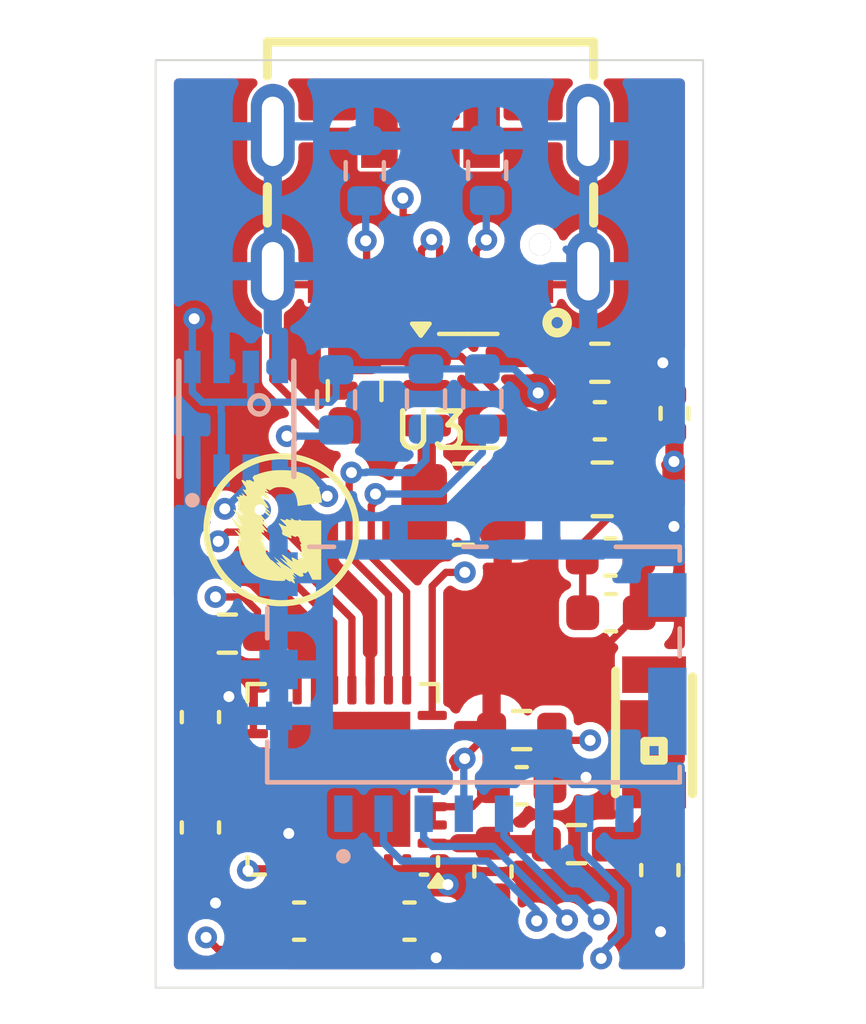
<source format=kicad_pcb>
(kicad_pcb (version 20241229) (generator "pcbnew") (generator_version "9.0")
  (layers (0 "F.Cu" signal) (4 "In1.Cu" signal) (6 "In2.Cu" signal) (2 "B.Cu" signal) (13 "F.Paste" user) (15 "B.Paste" user) (5 "F.SilkS" user "F.Silkscreen") (7 "B.SilkS" user "B.Silkscreen") (1 "F.Mask" user) (3 "B.Mask" user) (25 "Edge.Cuts" user))
  (net 0 "")
  (net 1 "+3V3")
  (net 2 "GND")
  (net 3 "Net-(C3-Pad2)")
  (net 4 "Net-(U2-LNA_IN)")
  (net 5 "Net-(U5-FB)")
  (net 6 "Net-(J1-CLK)")
  (net 7 "Net-(J1-CMD)")
  (net 8 "Net-(J1-DAT0)")
  (net 10 "Net-(J1-DAT3{slash}CD)")
  (net 12 "Net-(U5-SW)")
  (net 13 "VCC_USB_5V")
  (net 14 "Net-(U3-CC1)")
  (net 15 "Net-(U3-CC2)")
  (net 16 "Net-(U2-GPIO19)")
  (net 17 "Net-(U2-GPIO18)")
  (net 20 "I2C-SDA")
  (net 21 "I2C-SCL")
  (footprint "Capacitor_SMD:C_0805_2012Metric" (layer "F.Cu") (at 132.2324 38.354)
    (property "Reference" "C11" (hide yes))
    (property "Value" "10µF")
    (pad "1" smd roundrect (at -0.95 0) (size 1 1.45) (layers "F.Cu" "F.Mask" "F.Paste") (net 1 "+3V3"))
    (pad "2" smd roundrect (at 0.95 0) (size 1 1.45) (layers "F.Cu" "F.Mask" "F.Paste") (net 2 "GND"))
  )
  (footprint "Resistor_SMD:R_0603_1608Metric" (layer "F.Cu") (at 132.1697 34.8877)
    (property "Reference" "R18" (hide yes))
    (property "Value" "100K 1%")
    (pad "1" smd roundrect (at -0.825 0) (size 0.8 0.95) (layers "F.Cu" "F.Mask" "F.Paste") (net 5 "Net-(U5-FB)"))
    (pad "2" smd roundrect (at 0.825 0) (size 0.8 0.95) (layers "F.Cu" "F.Mask" "F.Paste") (net 2 "GND"))
  )
  (footprint "PinQin:GearGarageLogo_5mm" (layer "F.Cu") (at 123.444 39.497)
    (property "Reference" "G***" (hide yes))
    (property "Value" "LOGO" (hide yes))
  )
  (footprint "Capacitor_SMD:C_0603_1608Metric" (layer "F.Cu") (at 132.461 40.2082)
    (property "Reference" "C5" (hide yes))
    (property "Value" "100nF")
    (pad "1" smd roundrect (at -0.775 0) (size 0.9 0.95) (layers "F.Cu" "F.Mask" "F.Paste") (net 2 "GND"))
    (pad "2" smd roundrect (at 0.775 0) (size 0.9 0.95) (layers "F.Cu" "F.Mask" "F.Paste") (net 1 "+3V3"))
  )
  (footprint "Capacitor_SMD:C_0603_1608Metric" (layer "F.Cu") (at 129.240736 48.8204 90)
    (property "Reference" "C4" (hide yes))
    (property "Value" "C")
    (pad "1" smd roundrect (at -0.775 0 90) (size 0.9 0.95) (layers "F.Cu" "F.Mask" "F.Paste") (net 2 "GND"))
    (pad "2" smd roundrect (at 0.775 0 90) (size 0.9 0.95) (layers "F.Cu" "F.Mask" "F.Paste") (net 4 "Net-(U2-LNA_IN)"))
  )
  (footprint "Capacitor_SMD:C_0603_1608Metric" (layer "F.Cu") (at 133.812736 48.782 90)
    (property "Reference" "C3" (hide yes))
    (property "Value" "C")
    (pad "1" smd roundrect (at -0.775 0 90) (size 0.9 0.95) (layers "F.Cu" "F.Mask" "F.Paste") (net 2 "GND"))
    (pad "2" smd roundrect (at 0.775 0 90) (size 0.9 0.95) (layers "F.Cu" "F.Mask" "F.Paste") (net 3 "Net-(C3-Pad2)"))
  )
  (footprint "Inductor_SMD:L_1008_2520Metric" (layer "F.Cu") (at 128.4319 38.7604)
    (property "Reference" "L2" (hide yes))
    (property "Value" "2µ2")
    (pad "1" smd roundrect (at -1.075 0) (size 1.25 2.2) (layers "F.Cu" "F.Mask" "F.Paste") (roundrect_rratio 0.2) (net 12 "Net-(U5-SW)"))
    (pad "2" smd roundrect (at 1.075 0) (size 1.25 2.2) (layers "F.Cu" "F.Mask" "F.Paste") (roundrect_rratio 0.2) (net 1 "+3V3"))
  )
  (footprint "Capacitor_SMD:C_0603_1608Metric" (layer "F.Cu") (at 132.1697 36.4755 180)
    (property "Reference" "C23" (hide yes))
    (property "Value" "6.8pF")
    (pad "1" smd roundrect (at -0.775 0 180) (size 0.9 0.95) (layers "F.Cu" "F.Mask" "F.Paste") (net 1 "+3V3"))
    (pad "2" smd roundrect (at 0.775 0 180) (size 0.9 0.95) (layers "F.Cu" "F.Mask" "F.Paste") (net 5 "Net-(U5-FB)"))
  )
  (footprint "Capacitor_SMD:C_0603_1608Metric" (layer "F.Cu") (at 123.932336 50.179)
    (property "Reference" "C20" (hide yes))
    (property "Value" "10µF")
    (pad "1" smd roundrect (at -0.775 0) (size 0.9 0.95) (layers "F.Cu" "F.Mask" "F.Paste") (net 2 "GND"))
    (pad "2" smd roundrect (at 0.775 0) (size 0.9 0.95) (layers "F.Cu" "F.Mask" "F.Paste") (net 1 "+3V3"))
  )
  (footprint "Package_DFN_QFN:QFN-32-1EP_5x5mm_P0.5mm_EP3.7x3.7mm" (layer "F.Cu") (at 125.127536 46.2954 180)
    (property "Reference" "U2" (hide yes))
    (property "Value" "ESP32-C3")
    (pad "1" smd roundrect (at -2.45 -1.75 180) (size 0.8 0.25) (layers "F.Cu" "F.Mask" "F.Paste") (net 4 "Net-(U2-LNA_IN)"))
    (pad "2" smd roundrect (at -2.45 -1.25 180) (size 0.8 0.25) (layers "F.Cu" "F.Mask" "F.Paste") (net 1 "+3V3"))
    (pad "3" smd roundrect (at -2.45 -0.75 180) (size 0.8 0.25) (layers "F.Cu" "F.Mask" "F.Paste") (net 1 "+3V3"))
    (pad "4" smd roundrect (at -2.45 -0.25 180) (size 0.8 0.25) (layers "F.Cu" "F.Mask" "F.Paste"))
    (pad "5" smd roundrect (at -2.45 0.25 180) (size 0.8 0.25) (layers "F.Cu" "F.Mask" "F.Paste"))
    (pad "6" smd roundrect (at -2.45 0.75 180) (size 0.8 0.25) (layers "F.Cu" "F.Mask" "F.Paste"))
    (pad "7" smd roundrect (at -2.45 1.25 180) (size 0.8 0.25) (layers "F.Cu" "F.Mask" "F.Paste") (net 1 "+3V3"))
    (pad "8" smd roundrect (at -2.45 1.75 180) (size 0.8 0.25) (layers "F.Cu" "F.Mask" "F.Paste") (net 21 "I2C-SCL"))
    (pad "9" smd roundrect (at -1.75 2.45 180) (size 0.25 0.8) (layers "F.Cu" "F.Mask" "F.Paste") (net 10 "Net-(J1-DAT3{slash}CD)"))
    (pad "10" smd roundrect (at -1.25 2.45 180) (size 0.25 0.8) (layers "F.Cu" "F.Mask" "F.Paste") (net 7 "Net-(J1-CMD)"))
    (pad "11" smd roundrect (at -0.75 2.45 180) (size 0.25 0.8) (layers "F.Cu" "F.Mask" "F.Paste") (net 1 "+3V3"))
    (pad "12" smd roundrect (at -0.25 2.45 180) (size 0.25 0.8) (layers "F.Cu" "F.Mask" "F.Paste") (net 6 "Net-(J1-CLK)"))
    (pad "13" smd roundrect (at 0.25 2.45 180) (size 0.25 0.8) (layers "F.Cu" "F.Mask" "F.Paste") (net 8 "Net-(J1-DAT0)"))
    (pad "14" smd roundrect (at 0.75 2.45 180) (size 0.25 0.8) (layers "F.Cu" "F.Mask" "F.Paste"))
    (pad "15" smd roundrect (at 1.25 2.45 180) (size 0.25 0.8) (layers "F.Cu" "F.Mask" "F.Paste"))
    (pad "16" smd roundrect (at 1.75 2.45 180) (size 0.25 0.8) (layers "F.Cu" "F.Mask" "F.Paste") (net 20 "I2C-SDA"))
    (pad "17" smd roundrect (at 2.45 1.75 180) (size 0.8 0.25) (layers "F.Cu" "F.Mask" "F.Paste") (net 1 "+3V3"))
    (pad "18" smd roundrect (at 2.45 1.25 180) (size 0.8 0.25) (layers "F.Cu" "F.Mask" "F.Paste") (net 1 "+3V3"))
    (pad "19" smd roundrect (at 2.45 0.75 180) (size 0.8 0.25) (layers "F.Cu" "F.Mask" "F.Paste"))
    (pad "20" smd roundrect (at 2.45 0.25 180) (size 0.8 0.25) (layers "F.Cu" "F.Mask" "F.Paste"))
    (pad "21" smd roundrect (at 2.45 -0.25 180) (size 0.8 0.25) (layers "F.Cu" "F.Mask" "F.Paste"))
    (pad "22" smd roundrect (at 2.45 -0.75 180) (size 0.8 0.25) (layers "F.Cu" "F.Mask" "F.Paste"))
    (pad "23" smd roundrect (at 2.45 -1.25 180) (size 0.8 0.25) (layers "F.Cu" "F.Mask" "F.Paste"))
    (pad "24" smd roundrect (at 2.45 -1.75 180) (size 0.8 0.25) (layers "F.Cu" "F.Mask" "F.Paste"))
    (pad "25" smd roundrect (at 1.75 -2.45 180) (size 0.25 0.8) (layers "F.Cu" "F.Mask" "F.Paste") (net 17 "Net-(U2-GPIO18)"))
    (pad "26" smd roundrect (at 1.25 -2.45 180) (size 0.25 0.8) (layers "F.Cu" "F.Mask" "F.Paste") (net 16 "Net-(U2-GPIO19)"))
    (pad "27" smd roundrect (at 0.75 -2.45 180) (size 0.25 0.8) (layers "F.Cu" "F.Mask" "F.Paste"))
    (pad "28" smd roundrect (at 0.25 -2.45 180) (size 0.25 0.8) (layers "F.Cu" "F.Mask" "F.Paste"))
    (pad "29" smd roundrect (at -0.25 -2.45 180) (size 0.25 0.8) (layers "F.Cu" "F.Mask" "F.Paste"))
    (pad "30" smd roundrect (at -0.75 -2.45 180) (size 0.25 0.8) (layers "F.Cu" "F.Mask" "F.Paste"))
    (pad "31" smd roundrect (at -1.25 -2.45 180) (size 0.25 0.8) (layers "F.Cu" "F.Mask" "F.Paste") (net 1 "+3V3"))
    (pad "32" smd roundrect (at -1.75 -2.45 180) (size 0.25 0.8) (layers "F.Cu" "F.Mask" "F.Paste") (net 1 "+3V3"))
    (pad "33" smd rect (at 0 0 180) (size 3.7 3.7) (property pad_prop_heatsink) (layers "F.Cu" "F.Mask") (net 2 "GND"))
  )
  (footprint "KiCAD-Lib-easyEDA:USB-C-SMD_DX07S016JA1R1500" (layer "F.Cu") (at 127.5304 30.6496 180)
    (property "Reference" "U3" (at 0 -6.1 0) (layer "F.SilkS"))
    (property "Value" "DX07S016JA1R1500_C3197885")
    (pad "" thru_hole circle (at -3 -1 180) (size 0.6 0.6) (drill 0.6) (layers "*.Cu" "*.Mask"))
    (pad "1" smd rect (at -3.1 -2.1 180) (size 0.52 1) (layers "F.Cu" "F.Mask" "F.Paste") (net 2 "GND"))
    (pad "2" smd rect (at -2.35 -2.1 180) (size 0.52 1) (layers "F.Cu" "F.Mask" "F.Paste") (net 13 "VCC_USB_5V"))
    (pad "3" smd rect (at -1.75 -2.1 180) (size 0.27 1) (layers "F.Cu" "F.Mask" "F.Paste"))
    (pad "4" smd rect (at -1.25 -2.1 180) (size 0.27 1) (layers "F.Cu" "F.Mask" "F.Paste") (net 14 "Net-(U3-CC1)"))
    (pad "5" smd rect (at -0.75 -2.1 180) (size 0.27 1) (layers "F.Cu" "F.Mask" "F.Paste") (net 17 "Net-(U2-GPIO18)"))
    (pad "6" smd rect (at -0.25 -2.1 180) (size 0.27 1) (layers "F.Cu" "F.Mask" "F.Paste") (net 16 "Net-(U2-GPIO19)"))
    (pad "7" smd rect (at 0.25 -2.1 180) (size 0.27 1) (layers "F.Cu" "F.Mask" "F.Paste") (net 16 "Net-(U2-GPIO19)"))
    (pad "8" smd rect (at 0.75 -2.1 180) (size 0.27 1) (layers "F.Cu" "F.Mask" "F.Paste") (net 17 "Net-(U2-GPIO18)"))
    (pad "9" smd rect (at 1.25 -2.1 180) (size 0.27 1) (layers "F.Cu" "F.Mask" "F.Paste"))
    (pad "10" smd rect (at 1.75 -2.1 180) (size 0.27 1) (layers "F.Cu" "F.Mask" "F.Paste") (net 15 "Net-(U3-CC2)"))
    (pad "11" smd rect (at 2.35 -2.1 180) (size 0.52 1) (layers "F.Cu" "F.Mask" "F.Paste") (net 13 "VCC_USB_5V"))
    (pad "12" smd rect (at 3.1 -2.1 180) (size 0.52 1) (layers "F.Cu" "F.Mask" "F.Paste") (net 2 "GND"))
    (pad "13" thru_hole oval (at -4.32 -1.73 180) (size 1.2 2.2) (drill oval 0.599999 1.599997) (layers "*.Cu" "*.Mask") (net 2 "GND"))
    (pad "13" thru_hole oval (at -4.32 2.1 180) (size 1.2 2.6) (drill oval 0.599999 1.899996) (layers "*.Cu" "*.Mask") (net 2 "GND"))
    (pad "14" thru_hole oval (at 4.32 -1.73 180) (size 1.2 2.2) (drill oval 0.599999 1.599997) (layers "*.Cu" "*.Mask") (net 2 "GND"))
    (pad "14" thru_hole oval (at 4.32 2.1 180) (size 1.2 2.6) (drill oval 0.599999 1.899996) (layers "*.Cu" "*.Mask") (net 2 "GND"))
    (pad "15" smd rect (at -1.4 2.1 180) (size 1 2) (layers "F.Cu" "F.Mask" "F.Paste") (net 2 "GND"))
    (pad "16" smd rect (at 1.4 2.1 180) (size 1 2) (layers "F.Cu" "F.Mask" "F.Paste") (net 2 "GND"))
  )
  (footprint "Capacitor_SMD:C_0603_1608Metric" (layer "F.Cu") (at 132.474 41.7322)
    (property "Reference" "C6" (hide yes))
    (property "Value" "100nF")
    (pad "1" smd roundrect (at -0.775 0) (size 0.9 0.95) (layers "F.Cu" "F.Mask" "F.Paste") (net 2 "GND"))
    (pad "2" smd roundrect (at 0.775 0) (size 0.9 0.95) (layers "F.Cu" "F.Mask" "F.Paste") (net 1 "+3V3"))
  )
  (footprint "Resistor_SMD:R_0603_1608Metric" (layer "F.Cu") (at 130.028136 44.9466)
    (property "Reference" "R19" (hide yes))
    (property "Value" "10K")
    (pad "1" smd roundrect (at -0.825 0) (size 0.8 0.95) (layers "F.Cu" "F.Mask" "F.Paste") (net 1 "+3V3"))
    (pad "2" smd roundrect (at 0.825 0) (size 0.8 0.95) (layers "F.Cu" "F.Mask" "F.Paste") (net 21 "I2C-SCL"))
  )
  (footprint "Resistor_SMD:R_0603_1608Metric" (layer "F.Cu") (at 131.526736 48.0708 180)
    (property "Reference" "R2" (hide yes))
    (property "Value" "0R")
    (pad "1" smd roundrect (at -0.825 0 180) (size 0.8 0.95) (layers "F.Cu" "F.Mask" "F.Paste") (net 3 "Net-(C3-Pad2)"))
    (pad "2" smd roundrect (at 0.825 0 180) (size 0.8 0.95) (layers "F.Cu" "F.Mask" "F.Paste") (net 4 "Net-(U2-LNA_IN)"))
  )
  (footprint "KiCAD-Lib-easyEDA:ANT-SMD_L3.2-W1.6" (layer "F.Cu") (at 133.6548 45.0088 90)
    (property "Reference" "U4" (hide yes))
    (property "Value" "ANT3216LL00R2400A")
    (pad "1" smd rect (at -1.58 0 90) (size 1 1.75) (layers "F.Cu" "F.Mask" "F.Paste") (net 3 "Net-(C3-Pad2)"))
    (pad "2" smd rect (at 1.58 0 90) (size 1 1.75) (layers "F.Cu" "F.Mask" "F.Paste"))
  )
  (footprint "Capacitor_SMD:C_0603_1608Metric" (layer "F.Cu") (at 130.028336 46.4706 180)
    (property "Reference" "C7" (hide yes))
    (property "Value" "10µF")
    (pad "1" smd roundrect (at -0.775 0 180) (size 0.9 0.95) (layers "F.Cu" "F.Mask" "F.Paste") (net 2 "GND"))
    (pad "2" smd roundrect (at 0.775 0 180) (size 0.9 0.95) (layers "F.Cu" "F.Mask" "F.Paste") (net 1 "+3V3"))
  )
  (footprint "Capacitor_SMD:C_0603_1608Metric" (layer "F.Cu") (at 126.955536 50.179 180)
    (property "Reference" "C21" (hide yes))
    (property "Value" "100nF")
    (pad "1" smd roundrect (at -0.775 0 180) (size 0.9 0.95) (layers "F.Cu" "F.Mask" "F.Paste") (net 2 "GND"))
    (pad "2" smd roundrect (at 0.775 0 180) (size 0.9 0.95) (layers "F.Cu" "F.Mask" "F.Paste") (net 1 "+3V3"))
  )
  (footprint "Capacitor_SMD:C_0603_1608Metric" (layer "F.Cu") (at 121.227536 47.6136 90)
    (property "Reference" "C2" (hide yes))
    (property "Value" "10µF")
    (pad "1" smd roundrect (at -0.775 0 90) (size 0.9 0.95) (layers "F.Cu" "F.Mask" "F.Paste") (net 2 "GND"))
    (pad "2" smd roundrect (at 0.775 0 90) (size 0.9 0.95) (layers "F.Cu" "F.Mask" "F.Paste") (net 1 "+3V3"))
  )
  (footprint "Package_TO_SOT_SMD:SOT-23-5" (layer "F.Cu") (at 128.5649 35.6567)
    (property "Reference" "U5" (hide yes))
    (property "Value" "TLV62568DBV")
    (pad "1" smd roundrect (at -1.1375 -0.95) (size 1.325 0.6) (layers "F.Cu" "F.Mask" "F.Paste") (net 13 "VCC_USB_5V"))
    (pad "2" smd roundrect (at -1.1375 0) (size 1.325 0.6) (layers "F.Cu" "F.Mask" "F.Paste") (net 2 "GND"))
    (pad "3" smd roundrect (at -1.1375 0.95) (size 1.325 0.6) (layers "F.Cu" "F.Mask" "F.Paste") (net 12 "Net-(U5-SW)"))
    (pad "4" smd roundrect (at 1.1375 0.95) (size 1.325 0.6) (layers "F.Cu" "F.Mask" "F.Paste") (net 13 "VCC_USB_5V"))
    (pad "5" smd roundrect (at 1.1375 -0.95) (size 1.325 0.6) (layers "F.Cu" "F.Mask" "F.Paste") (net 5 "Net-(U5-FB)"))
  )
  (footprint "Capacitor_SMD:C_0603_1608Metric" (layer "F.Cu") (at 121.227536 44.591 -90)
    (property "Reference" "C1" (hide yes))
    (property "Value" "100nF")
    (pad "1" smd roundrect (at -0.775 0 270) (size 0.9 0.95) (layers "F.Cu" "F.Mask" "F.Paste") (net 2 "GND"))
    (pad "2" smd roundrect (at 0.775 0 270) (size 0.9 0.95) (layers "F.Cu" "F.Mask" "F.Paste") (net 1 "+3V3"))
  )
  (footprint "Resistor_SMD:R_0603_1608Metric" (layer "F.Cu") (at 121.964136 42.305)
    (property "Reference" "R9" (hide yes))
    (property "Value" "10K")
    (pad "1" smd roundrect (at -0.825 0) (size 0.8 0.95) (layers "F.Cu" "F.Mask" "F.Paste") (net 1 "+3V3"))
    (pad "2" smd roundrect (at 0.825 0) (size 0.8 0.95) (layers "F.Cu" "F.Mask" "F.Paste") (net 20 "I2C-SDA"))
  )
  (footprint "Resistor_SMD:R_0402_1005Metric" (layer "F.Cu") (at 134.2136 36.2732 90)
    (property "Reference" "R10" (hide yes))
    (property "Value" "450K")
    (pad "1" smd roundrect (at -0.51 0 90) (size 0.54 0.64) (layers "F.Cu" "F.Mask" "F.Paste") (net 1 "+3V3"))
    (pad "2" smd roundrect (at 0.51 0 90) (size 0.54 0.64) (layers "F.Cu" "F.Mask" "F.Paste") (net 5 "Net-(U5-FB)"))
  )
  (footprint "Capacitor_SMD:C_0805_2012Metric" (layer "F.Cu") (at 125.4519 35.6497 -90)
    (property "Reference" "C10" (hide yes))
    (property "Value" "4.7µF")
    (pad "1" smd roundrect (at -0.95 0 270) (size 1 1.45) (layers "F.Cu" "F.Mask" "F.Paste") (net 13 "VCC_USB_5V"))
    (pad "2" smd roundrect (at 0.95 0 270) (size 1 1.45) (layers "F.Cu" "F.Mask" "F.Paste") (net 2 "GND"))
  )
  (footprint "Resistor_SMD:R_0603_1608Metric" (layer "B.Cu") (at 125.73 29.6286 90)
    (property "Reference" "R49" (hide yes))
    (property "Value" "5K1")
    (pad "1" smd roundrect (at -0.825 0 90) (size 0.8 0.95) (layers "B.Cu" "B.Mask" "B.Paste") (net 15 "Net-(U3-CC2)"))
    (pad "2" smd roundrect (at 0.825 0 90) (size 0.8 0.95) (layers "B.Cu" "B.Mask" "B.Paste") (net 2 "GND"))
  )
  (footprint "Resistor_SMD:R_0603_1608Metric" (layer "B.Cu") (at 128.9498 35.879 -90)
    (property "Reference" "R1" (hide yes))
    (property "Value" "10K")
    (pad "1" smd roundrect (at -0.825 0 270) (size 0.8 0.95) (layers "B.Cu" "B.Mask" "B.Paste") (net 1 "+3V3"))
    (pad "2" smd roundrect (at 0.825 0 270) (size 0.8 0.95) (layers "B.Cu" "B.Mask" "B.Paste") (net 10 "Net-(J1-DAT3{slash}CD)"))
  )
  (footprint "Resistor_SMD:R_0603_1608Metric" (layer "B.Cu") (at 129.0828 29.6164 90)
    (property "Reference" "R48" (hide yes))
    (property "Value" "5K1")
    (pad "1" smd roundrect (at -0.825 0 90) (size 0.8 0.95) (layers "B.Cu" "B.Mask" "B.Paste") (net 14 "Net-(U3-CC1)"))
    (pad "2" smd roundrect (at 0.825 0 90) (size 0.8 0.95) (layers "B.Cu" "B.Mask" "B.Paste") (net 2 "GND"))
  )
  (footprint "Resistor_SMD:R_0603_1608Metric" (layer "B.Cu") (at 127.4064 35.879 -90)
    (property "Reference" "R3" (hide yes))
    (property "Value" "10K")
    (pad "1" smd roundrect (at -0.825 0 270) (size 0.8 0.95) (layers "B.Cu" "B.Mask" "B.Paste") (net 1 "+3V3"))
    (pad "2" smd roundrect (at 0.825 0 270) (size 0.8 0.95) (layers "B.Cu" "B.Mask" "B.Paste") (net 7 "Net-(J1-CMD)"))
  )
  (footprint "PinQin:1051620001" (layer "B.Cu") (at 128.7078 43.1526 180)
    (property "Reference" "J1" (hide yes))
    (property "Value" "~")
    (pad "1" smd rect (at 3.565 -4.085 180) (size 0.5 1) (layers "B.Cu" "B.Mask" "B.Paste"))
    (pad "2" smd rect (at 2.465 -4.085 180) (size 0.5 1) (layers "B.Cu" "B.Mask" "B.Paste") (net 10 "Net-(J1-DAT3{slash}CD)"))
    (pad "3" smd rect (at 1.365 -4.085 180) (size 0.5 1) (layers "B.Cu" "B.Mask" "B.Paste") (net 7 "Net-(J1-CMD)"))
    (pad "4" smd rect (at 0.265 -4.085 180) (size 0.5 1) (layers "B.Cu" "B.Mask" "B.Paste") (net 1 "+3V3"))
    (pad "5" smd rect (at -0.835 -4.085 180) (size 0.5 1) (layers "B.Cu" "B.Mask" "B.Paste") (net 6 "Net-(J1-CLK)"))
    (pad "6" smd rect (at -1.935 -4.085 180) (size 0.5 1) (layers "B.Cu" "B.Mask" "B.Paste") (net 2 "GND"))
    (pad "7" smd rect (at -3.035 -4.085 180) (size 0.5 1) (layers "B.Cu" "B.Mask" "B.Paste") (net 8 "Net-(J1-DAT0)"))
    (pad "8" smd rect (at -4.135 -4.085 180) (size 0.5 1) (layers "B.Cu" "B.Mask" "B.Paste"))
    (pad "9" smd rect (at 5.325 -1.405 180) (size 0.72 0.78) (layers "B.Cu" "B.Mask" "B.Paste") (net 2 "GND"))
    (pad "10" smd rect (at 5.34 -0.135 180) (size 1.05 1.08) (layers "B.Cu" "B.Mask" "B.Paste") (net 2 "GND"))
    (pad "11" smd rect (at 5.34 2.475 180) (size 1.05 1.2) (layers "B.Cu" "B.Mask" "B.Paste") (net 2 "GND"))
    (pad "12" smd rect (at 2.05 3.15 180) (size 2.91 0.55) (layers "B.Cu" "B.Mask" "B.Paste") (net 2 "GND"))
    (pad "13" smd rect (at -2.13 3.15 180) (size 2.91 0.55) (layers "B.Cu" "B.Mask" "B.Paste") (net 2 "GND"))
    (pad "14" smd rect (at -5.31 1.905 180) (size 1.05 1.2) (layers "B.Cu" "B.Mask" "B.Paste"))
    (pad "15" smd rect (at -5.31 -1.28 180) (size 1.05 2.39) (layers "B.Cu" "B.Mask" "B.Paste"))
    (zone (net 0) (net_name "") (layer "B.Cu") (connect_pads (clearance 0)) (min_thickness 0.01)
      (keepout (tracks not_allowed) (vias not_allowed) (pads not_allowed) (copperpour not_allowed) (footprints allowed))
      (fill (thermal_gap 0.508) (thermal_bridge_width 0.508))
      (polygon (pts (xy 133.3578 40.9276) (xy 124.8578 40.9276) (xy 124.8578 44.9276) (xy 133.3578 44.9276)))
    )
  )
  (footprint "KiCAD-Lib-easyEDA:LGA-8_L3.0-W3.0-P0.80_BME688" (layer "B.Cu") (at 122.2056 36.4212 -90)
    (property "Reference" "U1" (hide yes))
    (property "Value" "BME688_C3664478")
    (pad "1" smd rect (at 1.42 1.2) (size 0.45 0.89) (layers "B.Cu" "B.Mask" "B.Paste") (net 2 "GND"))
    (pad "2" smd rect (at 1.42 0.4) (size 0.45 0.89) (layers "B.Cu" "B.Mask" "B.Paste") (net 1 "+3V3"))
    (pad "3" smd rect (at 1.42 -0.4) (size 0.45 0.89) (layers "B.Cu" "B.Mask" "B.Paste") (net 20 "I2C-SDA"))
    (pad "4" smd rect (at 1.42 -1.2) (size 0.45 0.89) (layers "B.Cu" "B.Mask" "B.Paste") (net 21 "I2C-SCL"))
    (pad "5" smd rect (at -1.42 -1.2) (size 0.45 0.89) (layers "B.Cu" "B.Mask" "B.Paste") (net 2 "GND"))
    (pad "6" smd rect (at -1.42 -0.4) (size 0.45 0.89) (layers "B.Cu" "B.Mask" "B.Paste") (net 1 "+3V3"))
    (pad "7" smd rect (at -1.42 0.4) (size 0.45 0.89) (layers "B.Cu" "B.Mask" "B.Paste") (net 2 "GND"))
    (pad "8" smd rect (at -1.42 1.2) (size 0.45 0.89) (layers "B.Cu" "B.Mask" "B.Paste") (net 1 "+3V3"))
  )
  (footprint "Resistor_SMD:R_0603_1608Metric" (layer "B.Cu") (at 124.9426 35.9034 -90)
    (property "Reference" "R4" (hide yes))
    (property "Value" "10K")
    (pad "1" smd roundrect (at -0.825 0 270) (size 0.8 0.95) (layers "B.Cu" "B.Mask" "B.Paste") (net 1 "+3V3"))
    (pad "2" smd roundrect (at 0.825 0 270) (size 0.8 0.95) (layers "B.Cu" "B.Mask" "B.Paste") (net 6 "Net-(J1-CLK)"))
  )
  (gr_line (start 135 26.6) (end 120 26.6) (stroke (width 0.05)) (layer "Edge.Cuts"))
  (gr_line (start 120 52) (end 135 52) (stroke (width 0.05)) (layer "Edge.Cuts"))
  (gr_line (start 135 52) (end 135 26.6) (stroke (width 0.05)) (layer "Edge.Cuts"))
  (gr_line (start 120 26.6) (end 120 52) (stroke (width 0.05)) (layer "Edge.Cuts"))
  (segment (start 129.5069 40.76521) (end 129.5069 38.7604) (width 0.2) (layer "F.Cu") (net 1))
  (segment (start 127.577536 47.5454) (end 127.577536 47.0454) (width 0.2) (layer "F.Cu") (net 1))
  (segment (start 128.678536 47.0454) (end 129.253336 46.4706) (width 0.2) (layer "F.Cu") (net 1))
  (segment (start 131.2824 38.354) (end 129.9133 38.354) (width 0.5) (layer "F.Cu") (net 1))
  (segment (start 129.9133 38.354) (end 129.5069 38.7604) (width 0.2) (layer "F.Cu") (net 1))
  (segment (start 126.377536 48.7454) (end 126.377536 49.982) (width 0.2) (layer "F.Cu") (net 1))
  (segment (start 132.9447 37.0575) (end 132.7507 37.2515) (width 0.2) (layer "F.Cu") (net 1))
  (segment (start 132.9447 36.4755) (end 132.9447 37.0575) (width 0.2) (layer "F.Cu") (net 1))
  (segment (start 134.2136 36.7832) (end 133.2524 36.7832) (width 0.2) (layer "F.Cu") (net 1))
  (segment (start 122.677536 45.0454) (end 121.548136 45.0454) (width 0.2) (layer "F.Cu") (net 1))
  (segment (start 128.464778 45.684958) (end 129.203136 44.9466) (width 0.2) (layer "F.Cu") (net 1))
  (segment (start 133.2524 36.7832) (end 132.9447 36.4755) (width 0.2) (layer "F.Cu") (net 1))
  (segment (start 127.714 48.7454) (end 126.877536 48.7454) (width 0.2) (layer "F.Cu") (net 1))
  (segment (start 131.24989 42.5082) (end 129.5069 40.76521) (width 0.2) (layer "F.Cu") (net 1))
  (segment (start 131.8363 37.2515) (end 131.5823 37.2515) (width 0.2) (layer "F.Cu") (net 1))
  (segment (start 121.4006 42.305) (end 122.677536 43.581936) (width 0.2) (layer "F.Cu") (net 1))
  (segment (start 126.377536 49.982) (end 126.180536 50.179) (width 0.2) (layer "F.Cu") (net 1))
  (segment (start 132.7507 37.2515) (end 131.84381 37.2515) (width 0.2) (layer "F.Cu") (net 1))
  (segment (start 122.677536 43.581936) (end 122.677536 44.5454) (width 0.2) (layer "F.Cu") (net 1))
  (segment (start 132.473 42.5082) (end 131.24989 42.5082) (width 0.2) (layer "F.Cu") (net 1))
  (segment (start 121.548136 45.0454) (end 121.227536 45.366) (width 0.2) (layer "F.Cu") (net 1))
  (segment (start 133.249 41.7322) (end 132.473 42.5082) (width 0.2) (layer "F.Cu") (net 1))
  (segment (start 121.139136 42.305) (end 121.4006 42.305) (width 0.2) (layer "F.Cu") (net 1))
  (segment (start 131.2824 37.5514) (end 131.2824 38.354) (width 0.2) (layer "F.Cu") (net 1))
  (segment (start 128.464778 45.727439) (end 128.464778 45.684958) (width 0.2) (layer "F.Cu") (net 1))
  (segment (start 122.677536 44.5454) (end 122.677536 45.0454) (width 0.2) (layer "F.Cu") (net 1))
  (segment (start 126.377536 48.7454) (end 126.877536 48.7454) (width 0.2) (layer "F.Cu") (net 1))
  (segment (start 127.577536 47.0454) (end 128.678536 47.0454) (width 0.2) (layer "F.Cu") (net 1))
  (segment (start 131.5823 37.2515) (end 131.2824 37.5514) (width 0.2) (layer "F.Cu") (net 1))
  (segment (start 128.006088 49.037488) (end 127.714 48.7454) (width 0.2) (layer "F.Cu") (net 1))
  (segment (start 128.006088 49.178) (end 128.006088 49.037488) (width 0.2) (layer "F.Cu") (net 1))
  (via (at 130.4798 35.7124) (size 0.6) (drill 0.3) (layers "F.Cu" "B.Cu") (net 1))
  (via (at 128.464778 45.727439) (size 0.6) (drill 0.3) (layers "F.Cu" "B.Cu") (net 1))
  (via (at 134.2 37.592) (size 0.6) (drill 0.3) (layers "F.Cu" "B.Cu") (net 1))
  (via (at 121.0564 33.6804) (size 0.6) (drill 0.3) (layers "F.Cu" "B.Cu") (net 1))
  (via (at 128.006088 49.178) (size 0.6) (drill 0.3) (layers "F.Cu" "B.Cu") (net 1))
  (segment (start 122.6056 35.0012) (end 122.6056 35.6614) (width 0.2) (layer "B.Cu") (net 1))
  (segment (start 121.8056 36.2732) (end 121.793 36.2606) (width 0.2) (layer "B.Cu") (net 1))
  (segment (start 128.4428 45.749417) (end 128.464778 45.727439) (width 0.2) (layer "B.Cu") (net 1))
  (segment (start 121.0056 33.7312) (end 121.0564 33.6804) (width 0.2) (layer "B.Cu") (net 1))
  (segment (start 124.9426 35.0784) (end 124.9426 35.814) (width 0.2) (layer "B.Cu") (net 1))
  (segment (start 127.382 35.0784) (end 127.4064 35.054) (width 0.2) (layer "B.Cu") (net 1))
  (segment (start 128.4428 47.2376) (end 128.4428 45.749417) (width 0.2) (layer "B.Cu") (net 1))
  (segment (start 129.8214 35.054) (end 130.4798 35.7124) (width 0.2) (layer "B.Cu") (net 1))
  (segment (start 121.8056 37.8412) (end 121.8056 36.2732) (width 0.2) (layer "B.Cu") (net 1))
  (segment (start 124.9426 35.814) (end 124.7902 35.9664) (width 0.2) (layer "B.Cu") (net 1))
  (segment (start 121.793 36.2606) (end 121.793 35.9664) (width 0.2) (layer "B.Cu") (net 1))
  (segment (start 128.9498 35.054) (end 129.8214 35.054) (width 0.2) (layer "B.Cu") (net 1))
  (segment (start 122.6058 35.6616) (end 122.6058 35.9664) (width 0.2) (layer "B.Cu") (net 1))
  (segment (start 121.285 35.9664) (end 121.0056 35.687) (width 0.2) (layer "B.Cu") (net 1))
  (segment (start 127.4064 35.054) (end 128.9498 35.054) (width 0.2) (layer "B.Cu") (net 1))
  (segment (start 124.9426 35.0784) (end 127.382 35.0784) (width 0.2) (layer "B.Cu") (net 1))
  (segment (start 121.0056 35.687) (end 121.0056 35.0012) (width 0.2) (layer "B.Cu") (net 1))
  (segment (start 121.0056 35.0012) (end 121.0056 33.7312) (width 0.2) (layer "B.Cu") (net 1))
  (segment (start 124.7902 35.9664) (end 121.285 35.9664) (width 0.2) (layer "B.Cu") (net 1))
  (segment (start 122.6056 35.6614) (end 122.6058 35.6616) (width 0.2) (layer "B.Cu") (net 1))
  (segment (start 124.4583 36.5997) (end 123.2104 35.3518) (width 0.2) (layer "F.Cu") (net 2))
  (segment (start 127.730536 50.179) (end 127.730536 51.136264) (width 0.2) (layer "F.Cu") (net 2))
  (segment (start 128.657136 50.179) (end 129.240736 49.5954) (width 0.2) (layer "F.Cu") (net 2))
  (segment (start 131.699 40.2212) (end 131.686 40.2082) (width 0.2) (layer "F.Cu") (net 2))
  (segment (start 127.730536 50.179) (end 128.657136 50.179) (width 0.2) (layer "F.Cu") (net 2))
  (segment (start 130.6304 32.7496) (end 131.4804 32.7496) (width 0.2) (layer "F.Cu") (net 2))
  (segment (start 122.007078 44.029043) (end 121.878043 44.029043) (width 0.2) (layer "F.Cu") (net 2))
  (segment (start 131.020536 46.2534) (end 130.803336 46.4706) (width 0.2) (layer "F.Cu") (net 2))
  (segment (start 127.730536 51.136264) (end 127.6858 51.181) (width 0.2) (layer "F.Cu") (net 2))
  (segment (start 125.4519 36.5997) (end 125.4519 36.0921) (width 0.2) (layer "F.Cu") (net 2))
  (segment (start 131.79057 46.237598) (end 131.79057 46.258986) (width 0.2) (layer "F.Cu") (net 2))
  (segment (start 133.8953 34.8877) (end 132.9947 34.8877) (width 0.2) (layer "F.Cu") (net 2))
  (segment (start 123.2104 35.3518) (end 123.2104 32.3796) (width 0.2) (layer "F.Cu") (net 2))
  (segment (start 131.4804 32.7496) (end 131.8504 32.3796) (width 0.2) (layer "F.Cu") (net 2))
  (segment (start 126.1304 28.5496) (end 128.9304 28.5496) (width 0.2) (layer "F.Cu") (net 2))
  (segment (start 123.0516 50.179) (end 123.157336 50.179) (width 0.2) (layer "F.Cu") (net 2))
  (segment (start 133.8326 49.576864) (end 133.812736 49.557) (width 0.2) (layer "F.Cu") (net 2))
  (segment (start 121.227536 48.3886) (end 121.227536 49.269336) (width 0.2) (layer "F.Cu") (net 2))
  (segment (start 125.4519 36.5997) (end 124.4583 36.5997) (width 0.2) (layer "F.Cu") (net 2))
  (segment (start 133.184 38.354) (end 134.2 39.37) (width 0.2) (layer "F.Cu") (net 2))
  (segment (start 121.2342 48.395264) (end 121.227536 48.3886) (width 0.2) (layer "F.Cu") (net 2))
  (segment (start 122.1372 50.179) (end 121.6406 49.6824) (width 0.2) (layer "F.Cu") (net 2))
  (segment (start 133.8326 50.4698) (end 133.8326 49.576864) (width 0.2) (layer "F.Cu") (net 2))
  (segment (start 125.4519 36.0921) (end 125.8873 35.6567) (width 0.2) (layer "F.Cu") (net 2))
  (segment (start 128.9304 28.5496) (end 131.8504 28.5496) (width 0.2) (layer "F.Cu") (net 2))
  (segment (start 133.1824 38.354) (end 133.184 38.354) (width 0.2) (layer "F.Cu") (net 2))
  (segment (start 125.8873 35.6567) (end 127.4274 35.6567) (width 0.2) (layer "F.Cu") (net 2))
  (segment (start 133.1824 38.354) (end 131.686 39.8504) (width 0.2) (layer "F.Cu") (net 2))
  (segment (start 121.878043 44.029043) (end 121.665 43.816) (width 0.2) (layer "F.Cu") (net 2))
  (segment (start 131.784984 46.2534) (end 131.020536 46.2534) (width 0.2) (layer "F.Cu") (net 2))
  (segment (start 123.0376 50.165) (end 123.0516 50.179) (width 0.2) (layer "F.Cu") (net 2))
  (segment (start 121.227536 49.269336) (end 121.6406 49.6824) (width 0.2) (layer "F.Cu") (net 2))
  (segment (start 123.157336 50.179) (end 122.1372 50.179) (width 0.2) (layer "F.Cu") (net 2))
  (segment (start 124.4304 32.7496) (end 123.5804 32.7496) (width 0.2) (layer "F.Cu") (net 2))
  (segment (start 121.665 43.816) (end 121.227536 43.816) (width 0.2) (layer "F.Cu") (net 2))
  (segment (start 131.686 39.8504) (end 131.686 40.2082) (width 0.2) (layer "F.Cu") (net 2))
  (segment (start 123.5804 32.7496) (end 123.2104 32.3796) (width 0.2) (layer "F.Cu") (net 2))
  (segment (start 131.79057 46.258986) (end 131.784984 46.2534) (width 0.2) (layer "F.Cu") (net 2))
  (segment (start 131.699 41.7322) (end 131.699 40.2212) (width 0.2) (layer "F.Cu") (net 2))
  (segment (start 126.1304 28.5496) (end 123.2104 28.5496) (width 0.2) (layer "F.Cu") (net 2))
  (via (at 127.6858 51.181) (size 0.6) (drill 0.3) (layers "F.Cu" "B.Cu") (net 2))
  (via (at 123.6472 47.7774) (size 0.6) (drill 0.3) (layers "F.Cu" "B.Cu") (net 2))
  (via (at 133.8953 34.8877) (size 0.6) (drill 0.3) (layers "F.Cu" "B.Cu") (net 2))
  (via (at 133.8326 50.4698) (size 0.6) (drill 0.3) (layers "F.Cu" "B.Cu") (net 2))
  (via (at 122.007078 44.029043) (size 0.6) (drill 0.3) (layers "F.Cu" "B.Cu") (net 2))
  (via (at 121.6406 49.6824) (size 0.6) (drill 0.3) (layers "F.Cu" "B.Cu") (net 2))
  (via (at 131.79057 46.237598) (size 0.6) (drill 0.3) (layers "F.Cu" "B.Cu") (net 2))
  (via (at 134.2 39.37) (size 0.6) (drill 0.3) (layers "F.Cu" "B.Cu") (net 2))
  (segment (start 123.715 31.814) (end 123.179 32.35) (width 0.2) (layer "B.Cu") (net 2))
  (segment (start 123.4056 32.5766) (end 123.179 32.35) (width 0.2) (layer "B.Cu") (net 2))
  (segment (start 131.2454 31.7764) (end 131.819 32.35) (width 0.2) (layer "B.Cu") (net 2))
  (segment (start 133.812736 46.746736) (end 133.6548 46.5888) (width 0.2) (layer "F.Cu") (net 3))
  (segment (start 133.748936 48.0708) (end 133.812736 48.007) (width 0.2) (layer "F.Cu") (net 3))
  (segment (start 132.351736 48.0708) (end 132.373736 48.0488) (width 0.2) (layer "F.Cu") (net 3))
  (segment (start 132.373736 48.0488) (end 132.588007 48.0488) (width 0.5) (layer "F.Cu") (net 3))
  (segment (start 133.812736 46.574136) (end 133.8072 46.5686) (width 0.2) (layer "F.Cu") (net 3))
  (segment (start 133.812736 48.007) (end 133.812736 46.746736) (width 0.3) (layer "F.Cu") (net 3))
  (arc (start 132.207 48.0822) (mid 133.320545 47.620947) (end 133.781793 46.5074) (width 0.5) (layer "F.Cu") (net 3))
  (segment (start 129.240736 48.0454) (end 128.2954 48.0454) (width 0.5) (layer "F.Cu") (net 4))
  (segment (start 127.577536 48.0454) (end 128.2954 48.0454) (width 0.2) (layer "F.Cu") (net 4))
  (segment (start 129.266136 48.0708) (end 129.240736 48.0454) (width 0.2) (layer "F.Cu") (net 4))
  (segment (start 130.701736 48.0708) (end 129.266136 48.0708) (width 0.5) (layer "F.Cu") (net 4))
  (segment (start 131.1637 34.7067) (end 131.3447 34.8877) (width 0.2) (layer "F.Cu") (net 5))
  (segment (start 132.0452 36.4755) (end 131.3947 36.4755) (width 0.2) (layer "F.Cu") (net 5))
  (segment (start 132.49559 35.6995) (end 132.1937 36.00139) (width 0.2) (layer "F.Cu") (net 5))
  (segment (start 131.3947 34.9377) (end 131.3447 34.8877) (width 0.2) (layer "F.Cu") (net 5))
  (segment (start 134.2136 35.7632) (end 134.1499 35.6995) (width 0.2) (layer "F.Cu") (net 5))
  (segment (start 132.1937 36.327) (end 132.0452 36.4755) (width 0.2) (layer "F.Cu") (net 5))
  (segment (start 132.1937 36.00139) (end 132.1937 36.327) (width 0.2) (layer "F.Cu") (net 5))
  (segment (start 131.3947 36.4755) (end 131.3947 34.9377) (width 0.2) (layer "F.Cu") (net 5))
  (segment (start 134.1499 35.6995) (end 132.49559 35.6995) (width 0.2) (layer "F.Cu") (net 5))
  (segment (start 129.7024 34.7067) (end 131.1637 34.7067) (width 0.2) (layer "F.Cu") (net 5))
  (segment (start 122.8598 39.37) (end 122.8598 38.9128) (width 0.2) (layer "F.Cu") (net 6))
  (segment (start 125.377536 41.887736) (end 122.8598 39.37) (width 0.2) (layer "F.Cu") (net 6))
  (segment (start 125.377536 43.8454) (end 125.377536 41.887736) (width 0.2) (layer "F.Cu") (net 6))
  (via (at 123.595693 36.896198) (size 0.6) (drill 0.3) (layers "F.Cu" "B.Cu") (net 6))
  (via (at 132.1404 50.134435) (size 0.6) (drill 0.3) (layers "F.Cu" "B.Cu") (net 6))
  (via (at 122.8598 38.9128) (size 0.6) (drill 0.3) (layers "F.Cu" "B.Cu") (net 6))
  (segment (start 124.9426 36.7284) (end 124.774802 36.896198) (width 0.2) (layer "B.Cu") (net 6))
  (segment (start 129.5428 47.2376) (end 129.5428 47.858865) (width 0.2) (layer "B.Cu") (net 6))
  (segment (start 124.774802 36.896198) (end 123.595693 36.896198) (width 0.2) (layer "B.Cu") (net 6))
  (segment (start 131.238377 49.554442) (end 131.519807 49.554442) (width 0.2) (layer "B.Cu") (net 6))
  (segment (start 131.519807 49.554442) (end 132.0998 50.134435) (width 0.2) (layer "B.Cu") (net 6))
  (segment (start 132.0998 50.134435) (end 132.1404 50.134435) (width 0.2) (layer "B.Cu") (net 6))
  (segment (start 129.5428 47.858865) (end 131.238377 49.554442) (width 0.2) (layer "B.Cu") (net 6))
  (segment (start 125.36445 37.893824) (end 125.2982 37.960074) (width 0.2) (layer "F.Cu") (net 7))
  (segment (start 125.3023 38.092357) (end 125.3023 38.590243) (width 0.2) (layer "F.Cu") (net 7))
  (segment (start 125.2982 40.1574) (end 126.377536 41.236736) (width 0.2) (layer "F.Cu") (net 7))
  (segment (start 125.2982 37.960074) (end 125.2982 38.088257) (width 0.2) (layer "F.Cu") (net 7))
  (segment (start 125.3023 38.590243) (end 125.2982 38.594343) (width 0.2) (layer "F.Cu") (net 7))
  (segment (start 126.377536 41.236736) (end 126.377536 43.8454) (width 0.2) (layer "F.Cu") (net 7))
  (segment (start 125.2982 38.594343) (end 125.2982 40.1574) (width 0.2) (layer "F.Cu") (net 7))
  (segment (start 125.2982 38.088257) (end 125.3023 38.092357) (width 0.2) (layer "F.Cu") (net 7))
  (via (at 125.36445 37.893824) (size 0.6) (drill 0.3) (layers "F.Cu" "B.Cu") (net 7))
  (via (at 131.270864 50.155442) (size 0.6) (drill 0.3) (layers "F.Cu" "B.Cu") (net 7))
  (segment (start 127.3428 47.2376) (end 127.3428 47.8916) (width 0.2) (layer "B.Cu") (net 7))
  (segment (start 126.272043 37.88) (end 126.288843 37.8968) (width 0.2) (layer "B.Cu") (net 7))
  (segment (start 127.5842 48.133) (end 129.249835 48.133) (width 0.2) (layer "B.Cu") (net 7))
  (segment (start 125.757357 37.8968) (end 125.774157 37.88) (width 0.2) (layer "B.Cu") (net 7))
  (segment (start 125.774157 37.88) (end 126.272043 37.88) (width 0.2) (layer "B.Cu") (net 7))
  (segment (start 126.288843 37.8968) (end 127.0508 37.8968) (width 0.2) (layer "B.Cu") (net 7))
  (segment (start 127.0508 37.8968) (end 127.4064 37.5412) (width 0.2) (layer "B.Cu") (net 7))
  (segment (start 125.367426 37.8968) (end 125.757357 37.8968) (width 0.2) (layer "B.Cu") (net 7))
  (segment (start 131.270864 50.154029) (end 131.270864 50.155442) (width 0.2) (layer "B.Cu") (net 7))
  (segment (start 127.3428 47.8916) (end 127.5842 48.133) (width 0.2) (layer "B.Cu") (net 7))
  (segment (start 125.36445 37.893824) (end 125.367426 37.8968) (width 0.2) (layer "B.Cu") (net 7))
  (segment (start 127.4064 37.5412) (end 127.4064 36.704) (width 0.2) (layer "B.Cu") (net 7))
  (segment (start 129.249835 48.133) (end 131.270864 50.154029) (width 0.2) (layer "B.Cu") (net 7))
  (segment (start 121.968092 39.525108) (end 122.405308 39.525108) (width 0.2) (layer "F.Cu") (net 8))
  (segment (start 124.877536 41.997336) (end 124.877536 43.8454) (width 0.2) (layer "F.Cu") (net 8))
  (segment (start 121.7168 39.7764) (end 121.968092 39.525108) (width 0.2) (layer "F.Cu") (net 8))
  (segment (start 122.405308 39.525108) (end 124.877536 41.997336) (width 0.2) (layer "F.Cu") (net 8))
  (via (at 132.206203 51.2) (size 0.6) (drill 0.3) (layers "F.Cu" "B.Cu") (net 8))
  (via (at 121.7168 39.7764) (size 0.6) (drill 0.3) (layers "F.Cu" "B.Cu") (net 8))
  (segment (start 132.7414 49.3278) (end 131.7428 48.3292) (width 0.2) (layer "B.Cu") (net 8))
  (segment (start 131.7428 48.3292) (end 131.7428 47.2376) (width 0.2) (layer "B.Cu") (net 8))
  (segment (start 132.7414 50.383378) (end 132.7414 49.3278) (width 0.2) (layer "B.Cu") (net 8))
  (segment (start 132.206203 51.054797) (end 132.7404 50.5206) (width 0.2) (layer "B.Cu") (net 8))
  (segment (start 132.206203 51.2) (end 132.206203 51.054797) (width 0.2) (layer "B.Cu") (net 8))
  (segment (start 132.7404 50.5206) (end 132.7404 50.384378) (width 0.2) (layer "B.Cu") (net 8))
  (segment (start 132.7404 50.384378) (end 132.7414 50.383378) (width 0.2) (layer "B.Cu") (net 8))
  (segment (start 126.0231 38.481) (end 126.0231 38.6898) (width 0.2) (layer "F.Cu") (net 10))
  (segment (start 125.9078 40.1999) (end 126.877536 41.169636) (width 0.2) (layer "F.Cu") (net 10))
  (segment (start 126.877536 41.169636) (end 126.877536 43.8454) (width 0.2) (layer "F.Cu") (net 10))
  (segment (start 125.9078 38.8051) (end 125.9078 40.1999) (width 0.2) (layer "F.Cu") (net 10))
  (segment (start 126.0231 38.6898) (end 125.9078 38.8051) (width 0.2) (layer "F.Cu") (net 10))
  (via (at 130.438131 50.171239) (size 0.6) (drill 0.3) (layers "F.Cu" "B.Cu") (net 10))
  (via (at 126.0231 38.481) (size 0.6) (drill 0.3) (layers "F.Cu" "B.Cu") (net 10))
  (segment (start 126.7406 48.534) (end 126.2428 48.0362) (width 0.2) (layer "B.Cu") (net 10))
  (segment (start 130.438131 49.888396) (end 129.083735 48.534) (width 0.2) (layer "B.Cu") (net 10))
  (segment (start 127.8128 38.481) (end 128.9498 37.344) (width 0.2) (layer "B.Cu") (net 10))
  (segment (start 130.438131 50.171239) (end 130.438131 49.888396) (width 0.2) (layer "B.Cu") (net 10))
  (segment (start 129.083735 48.534) (end 126.7406 48.534) (width 0.2) (layer "B.Cu") (net 10))
  (segment (start 128.9498 37.344) (end 128.9498 36.704) (width 0.2) (layer "B.Cu") (net 10))
  (segment (start 126.2428 48.0362) (end 126.2428 47.2376) (width 0.2) (layer "B.Cu") (net 10))
  (segment (start 126.0231 38.481) (end 127.8128 38.481) (width 0.2) (layer "B.Cu") (net 10))
  (segment (start 127.4274 36.6067) (end 127.4274 38.6899) (width 0.5) (layer "F.Cu") (net 12))
  (segment (start 127.4274 38.6899) (end 127.3569 38.7604) (width 0.2) (layer "F.Cu") (net 12))
  (segment (start 127.6858 33.8836) (end 127.4274 34.142) (width 0.2) (layer "F.Cu") (net 13))
  (segment (start 127.4274 34.142) (end 127.4274 34.7067) (width 0.2) (layer "F.Cu") (net 13))
  (segment (start 129.8804 33.8836) (end 127.6858 33.8836) (width 0.2) (layer "F.Cu") (net 13))
  (segment (start 125.1804 33.4866) (end 125.1804 32.7496) (width 0.3) (layer "F.Cu") (net 13))
  (segment (start 129.8804 32.7496) (end 129.8804 33.8836) (width 0.2) (layer "F.Cu") (net 13))
  (segment (start 129.7024 36.6067) (end 129.7024 36.0526) (width 0.2) (layer "F.Cu") (net 13))
  (segment (start 125.4589 34.7067) (end 125.4519 34.6997) (width 0.2) (layer "F.Cu") (net 13))
  (segment (start 127.4274 34.7067) (end 125.4589 34.7067) (width 0.5) (layer "F.Cu") (net 13))
  (segment (start 129.7024 36.0526) (end 128.3565 34.7067) (width 0.2) (layer "F.Cu") (net 13))
  (segment (start 125.4519 34.6997) (end 125.4519 33.7581) (width 0.3) (layer "F.Cu") (net 13))
  (segment (start 128.3565 34.7067) (end 127.4274 34.7067) (width 0.2) (layer "F.Cu") (net 13))
  (segment (start 125.4519 33.7581) (end 125.1804 33.4866) (width 0.3) (layer "F.Cu") (net 13))
  (segment (start 128.7804 31.7984) (end 129.0574 31.5214) (width 0.2) (layer "F.Cu") (net 14))
  (segment (start 128.7804 32.7496) (end 128.7804 31.7984) (width 0.2) (layer "F.Cu") (net 14))
  (via (at 129.0574 31.5214) (size 0.6) (drill 0.3) (layers "F.Cu" "B.Cu") (net 14))
  (segment (start 129.0574 30.4668) (end 129.0828 30.4414) (width 0.2) (layer "B.Cu") (net 14))
  (segment (start 129.0574 31.5214) (end 129.0574 30.4668) (width 0.2) (layer "B.Cu") (net 14))
  (segment (start 125.7804 32.7496) (end 125.7804 31.5718) (width 0.2) (layer "F.Cu") (net 15))
  (segment (start 125.7804 31.5718) (end 125.7554 31.5468) (width 0.2) (layer "F.Cu") (net 15))
  (via (at 125.7554 31.5468) (size 0.6) (drill 0.3) (layers "F.Cu" "B.Cu") (net 15))
  (segment (start 125.7554 30.479) (end 125.73 30.4536) (width 0.2) (layer "B.Cu") (net 15))
  (segment (start 125.7554 31.5468) (end 125.7554 30.479) (width 0.2) (layer "B.Cu") (net 15))
  (segment (start 127.7804 32.7496) (end 127.7804 31.7334) (width 0.2) (layer "F.Cu") (net 16))
  (segment (start 121.71234 50.955) (end 121.382178 50.624838) (width 0.2) (layer "F.Cu") (net 16))
  (segment (start 123.908336 50.65311) (end 123.606446 50.955) (width 0.2) (layer "F.Cu") (net 16))
  (segment (start 123.606446 50.955) (end 121.71234 50.955) (width 0.2) (layer "F.Cu") (net 16))
  (segment (start 123.908336 48.7762) (end 123.908336 50.65311) (width 0.2) (layer "F.Cu") (net 16))
  (segment (start 123.877536 48.7454) (end 123.908336 48.7762) (width 0.2) (layer "F.Cu") (net 16))
  (segment (start 127.2804 32.7496) (end 127.2804 31.7902) (width 0.2) (layer "F.Cu") (net 16))
  (segment (start 127.2804 31.7902) (end 127.5588 31.5118) (width 0.2) (layer "F.Cu") (net 16))
  (segment (start 127.7804 31.7334) (end 127.5588 31.5118) (width 0.2) (layer "F.Cu") (net 16))
  (via (at 127.5588 31.5118) (size 0.6) (drill 0.3) (layers "F.Cu" "B.Cu") (net 16))
  (via (at 121.382178 50.624838) (size 0.6) (drill 0.3) (layers "F.Cu" "B.Cu") (net 16))
  (segment (start 123.377536 48.7454) (end 122.5776 48.7454) (width 0.2) (layer "F.Cu") (net 17))
  (segment (start 128.2804 31.1508) (end 128.2804 32.7496) (width 0.2) (layer "F.Cu") (net 17))
  (segment (start 122.5776 48.7454) (end 122.5296 48.7934) (width 0.2) (layer "F.Cu") (net 17))
  (segment (start 126.7804 30.3874) (end 126.7714 30.3784) (width 0.2) (layer "F.Cu") (net 17))
  (segment (start 126.7804 30.9118) (end 128.0414 30.9118) (width 0.2) (layer "F.Cu") (net 17))
  (segment (start 128.0414 30.9118) (end 128.2804 31.1508) (width 0.2) (layer "F.Cu") (net 17))
  (segment (start 126.7804 32.7496) (end 126.7804 30.9118) (width 0.2) (layer "F.Cu") (net 17))
  (segment (start 126.7804 32.7496) (end 126.7804 30.3874) (width 0.2) (layer "F.Cu") (net 17))
  (via (at 122.5296 48.7934) (size 0.6) (drill 0.3) (layers "F.Cu" "B.Cu") (net 17))
  (via (at 126.7714 30.3784) (size 0.6) (drill 0.3) (layers "F.Cu" "B.Cu") (net 17))
  (segment (start 121.6406 41.3004) (end 122.4026 41.3004) (width 0.2) (layer "F.Cu") (net 20))
  (segment (start 122.789136 41.686936) (end 122.789136 42.305) (width 0.2) (layer "F.Cu") (net 20))
  (segment (start 123.377536 42.8934) (end 122.789136 42.305) (width 0.2) (layer "F.Cu") (net 20))
  (segment (start 122.4026 41.3004) (end 122.789136 41.686936) (width 0.2) (layer "F.Cu") (net 20))
  (segment (start 123.377536 43.8454) (end 123.377536 42.8934) (width 0.2) (layer "F.Cu") (net 20))
  (via (at 121.6406 41.3004) (size 0.6) (drill 0.3) (layers "F.Cu" "B.Cu") (net 20))
  (via (at 121.8946 38.8874) (size 0.6) (drill 0.3) (layers "F.Cu" "B.Cu") (net 20))
  (segment (start 122.6056 38.0748) (end 122.6056 37.8412) (width 0.2) (layer "B.Cu") (net 20))
  (segment (start 122.6056 37.8412) (end 122.6056 38.1764) (width 0.2) (layer "B.Cu") (net 20))
  (segment (start 122.6056 38.1764) (end 121.8946 38.8874) (width 0.2) (layer "B.Cu") (net 20))
  (segment (start 122.6058 38.075) (end 122.6056 38.0748) (width 0.2) (layer "B.Cu") (net 20))
  (segment (start 127.577536 41.002264) (end 127.577536 44.5454) (width 0.2) (layer "F.Cu") (net 21))
  (segment (start 128.469871 40.6276) (end 127.9522 40.6276) (width 0.2) (layer "F.Cu") (net 21))
  (segment (start 127.9522 40.6276) (end 127.577536 41.002264) (width 0.2) (layer "F.Cu") (net 21))
  (segment (start 131.134136 45.2276) (end 130.853136 44.9466) (width 0.2) (layer "F.Cu") (net 21))
  (segment (start 131.9022 45.2276) (end 131.134136 45.2276) (width 0.2) (layer "F.Cu") (net 21))
  (via (at 128.469871 40.6276) (size 0.6) (drill 0.3) (layers "F.Cu" "B.Cu") (net 21))
  (via (at 131.9022 45.2276) (size 0.6) (drill 0.3) (layers "F.Cu" "B.Cu") (net 21))
  (via (at 124.7003 38.539695) (size 0.6) (drill 0.3) (layers "F.Cu" "B.Cu") (net 21))
  (segment (start 124.7003 38.539695) (end 124.7003 38.341716) (width 0.2) (layer "B.Cu") (net 21))
  (segment (start 124.7003 38.341716) (end 124.699884 38.3413) (width 0.2) (layer "B.Cu") (net 21))
  (segment (start 124.699884 38.3413) (end 124.6601 38.3413) (width 0.2) (layer "B.Cu") (net 21))
  (segment (start 124.16 37.8412) (end 123.4056 37.8412) (width 0.2) (layer "B.Cu") (net 21))
  (segment (start 124.6601 38.3413) (end 124.16 37.8412) (width 0.2) (layer "B.Cu") (net 21))
  (zone (net 1) (net_name "+3V3") (layer "F.Cu") (connect_pads (clearance 0.2)) (min_thickness 0.25) (fill yes (thermal_gap 0.5) (thermal_bridge_width 0.5) (island_removal_mode 1) (island_area_min 10))
    (polygon (pts (xy 136 26.2) (xy 119 26.2) (xy 119 53) (xy 136 53)))
  )
  (zone (net 2) (net_name "GND") (layer "B.Cu") (priority 1) (connect_pads (clearance 0.2)) (min_thickness 0.25) (fill yes (thermal_gap 0.5) (thermal_bridge_width 0.5))
    (polygon (pts (xy 119 26.2) (xy 136 26.2) (xy 136 53) (xy 119 53)))
  )
)
</source>
